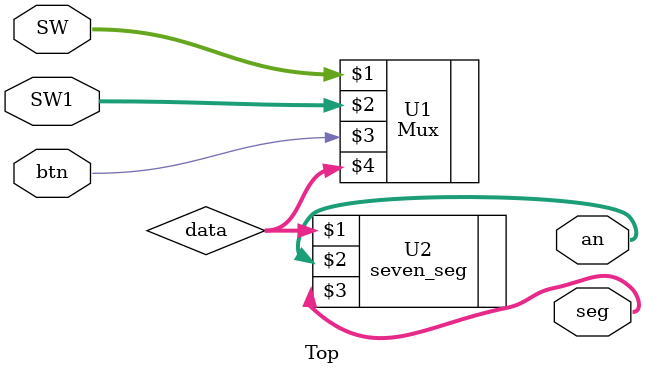
<source format=v>
`timescale 1ns / 1ns


module Top(
    input [3:0] SW,SW1,
    input btn,
    output [7:0] an,
    output [6:0] seg
    );
    
    wire [3:0] data;
    
    Mux U1(SW,SW1,btn,data);
    /* Mux(
    input [3:0] A,B,
    input  S,
    output [3:0] OUT
);
    */
    seven_seg U2(data,an,seg);
/*     seven_seg(
    input [3:0] Z,
    output [7:0] an,
    output reg [6:0] seg
);*/
    
endmodule

</source>
